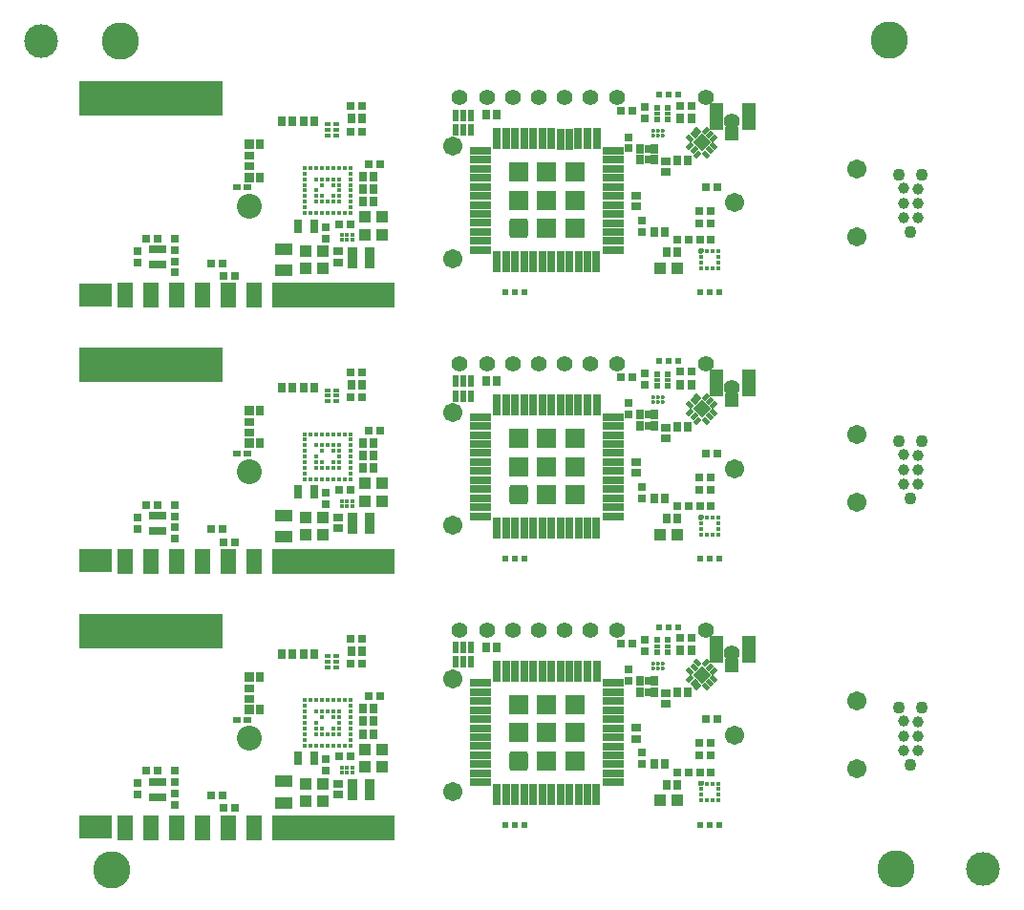
<source format=gbs>
G04*
G04 #@! TF.GenerationSoftware,Altium Limited,Altium Designer,19.1.7 (138)*
G04*
G04 Layer_Color=16711935*
%FSAX25Y25*%
%MOIN*%
G70*
G01*
G75*
%ADD19R,0.01968X0.02362*%
%ADD34C,0.01575*%
%ADD73R,0.01968X0.01575*%
%ADD81C,0.11811*%
%ADD82R,0.03320X0.03162*%
%ADD85R,0.03950X0.03950*%
%ADD86R,0.03162X0.02769*%
%ADD89R,0.02769X0.03162*%
%ADD92R,0.03162X0.03320*%
%ADD93R,0.05918X0.04343*%
%ADD94C,0.13005*%
%ADD95C,0.02375*%
%ADD96C,0.05524*%
%ADD97C,0.04343*%
%ADD98C,0.06706*%
%ADD100R,0.11575X0.08228*%
%ADD101R,0.50268X0.12362*%
%ADD102R,0.03162X0.03753*%
G04:AMPARAMS|DCode=103|XSize=17.72mil|YSize=24.61mil|CornerRadius=0mil|HoleSize=0mil|Usage=FLASHONLY|Rotation=45.000|XOffset=0mil|YOffset=0mil|HoleType=Round|Shape=Rectangle|*
%AMROTATEDRECTD103*
4,1,4,0.00244,-0.01496,-0.01496,0.00244,-0.00244,0.01496,0.01496,-0.00244,0.00244,-0.01496,0.0*
%
%ADD103ROTATEDRECTD103*%

G04:AMPARAMS|DCode=104|XSize=17.72mil|YSize=24.61mil|CornerRadius=0mil|HoleSize=0mil|Usage=FLASHONLY|Rotation=315.000|XOffset=0mil|YOffset=0mil|HoleType=Round|Shape=Rectangle|*
%AMROTATEDRECTD104*
4,1,4,-0.01496,-0.00244,0.00244,0.01496,0.01496,0.00244,-0.00244,-0.01496,-0.01496,-0.00244,0.0*
%
%ADD104ROTATEDRECTD104*%

%ADD105P,0.06403X4X180.0*%
%ADD106R,0.02769X0.03753*%
%ADD107R,0.01981X0.02769*%
%ADD108R,0.02769X0.03603*%
%ADD109C,0.03910*%
%ADD110C,0.01417*%
%ADD111R,0.02375X0.04343*%
%ADD112R,0.06706X0.06706*%
G04:AMPARAMS|DCode=113|XSize=67.06mil|YSize=67.06mil|CornerRadius=9.91mil|HoleSize=0mil|Usage=FLASHONLY|Rotation=360.000|XOffset=0mil|YOffset=0mil|HoleType=Round|Shape=RoundedRectangle|*
%AMROUNDEDRECTD113*
21,1,0.06706,0.04724,0,0,360.0*
21,1,0.04724,0.06706,0,0,360.0*
1,1,0.01981,0.02362,-0.02362*
1,1,0.01981,-0.02362,-0.02362*
1,1,0.01981,-0.02362,0.02362*
1,1,0.01981,0.02362,0.02362*
%
%ADD113ROUNDEDRECTD113*%
%ADD114R,0.02769X0.07493*%
%ADD115R,0.07493X0.02769*%
%ADD116R,0.01772X0.01772*%
%ADD117R,0.01772X0.01772*%
%ADD118R,0.03241X0.03044*%
%ADD119R,0.04737X0.04737*%
%ADD120R,0.04737X0.09461*%
%ADD121R,0.04934X0.09461*%
%ADD122R,0.03950X0.03950*%
%ADD123R,0.42926X0.08674*%
%ADD124R,0.05524X0.08674*%
%ADD125R,0.03162X0.05131*%
%ADD126R,0.02165X0.01772*%
%ADD127R,0.01981X0.02572*%
%ADD128R,0.03556X0.07493*%
%ADD129R,0.03603X0.03044*%
%ADD130R,0.03044X0.03603*%
%ADD131R,0.02769X0.02375*%
%ADD132R,0.03603X0.03320*%
%ADD133R,0.03162X0.03603*%
%ADD134C,0.08674*%
G36*
X0356937Y0329847D02*
X0356962Y0329846D01*
X0356962Y0329846D01*
X0356962D01*
X0356987Y0329841D01*
X0357013Y0329836D01*
X0357013Y0329836D01*
X0357013Y0329836D01*
X0357032Y0329829D01*
X0357063Y0329819D01*
X0357063Y0329819D01*
X0357063Y0329819D01*
X0357084Y0329808D01*
X0357110Y0329796D01*
X0357110Y0329796D01*
X0357110Y0329796D01*
X0357127Y0329784D01*
X0357153Y0329766D01*
X0357153Y0329766D01*
X0357153Y0329766D01*
X0357165Y0329756D01*
X0357193Y0329732D01*
X0357193Y0329732D01*
X0357193Y0329732D01*
X0357217Y0329704D01*
X0357227Y0329692D01*
X0357227Y0329692D01*
X0357227Y0329692D01*
X0357245Y0329666D01*
X0357257Y0329649D01*
X0357257Y0329649D01*
X0357257Y0329649D01*
X0357269Y0329623D01*
X0357280Y0329602D01*
X0357280Y0329602D01*
X0357280Y0329602D01*
X0357290Y0329571D01*
X0357296Y0329552D01*
X0357296Y0329552D01*
X0357297Y0329552D01*
X0357302Y0329526D01*
X0357307Y0329501D01*
Y0329501D01*
X0357307Y0329501D01*
X0357308Y0329476D01*
X0357310Y0329448D01*
X0357310Y0328710D01*
Y0328710D01*
Y0328710D01*
X0357309Y0328683D01*
X0357307Y0328658D01*
X0357307Y0328658D01*
Y0328658D01*
X0357302Y0328633D01*
X0357297Y0328607D01*
X0357297Y0328607D01*
X0357297Y0328607D01*
X0357287Y0328578D01*
X0357280Y0328557D01*
X0357280Y0328557D01*
X0357280Y0328557D01*
X0357265Y0328527D01*
X0357257Y0328510D01*
X0357257Y0328510D01*
X0357257Y0328510D01*
X0357245Y0328492D01*
X0357228Y0328466D01*
X0357227Y0328466D01*
X0357227Y0328466D01*
X0357217Y0328454D01*
X0357193Y0328427D01*
X0357193Y0328427D01*
X0357193Y0328427D01*
X0356848Y0328082D01*
X0356848Y0328082D01*
X0356848Y0328082D01*
X0356809Y0328048D01*
X0356780Y0328028D01*
X0356765Y0328018D01*
X0356765Y0328018D01*
X0356764Y0328018D01*
X0356718Y0327995D01*
X0356716Y0327994D01*
X0356669Y0327978D01*
X0356638Y0327972D01*
X0356617Y0327968D01*
X0356565Y0327965D01*
X0356565D01*
X0355925Y0327965D01*
X0355873Y0327968D01*
X0355852Y0327972D01*
X0355821Y0327978D01*
X0355772Y0327995D01*
X0355725Y0328018D01*
X0355725Y0328018D01*
X0355710Y0328028D01*
X0355681Y0328048D01*
X0355642Y0328082D01*
X0355642Y0328082D01*
X0355642Y0328082D01*
X0355607Y0328122D01*
X0355588Y0328151D01*
X0355578Y0328165D01*
X0355578Y0328165D01*
X0355555Y0328212D01*
X0355538Y0328262D01*
X0355532Y0328293D01*
X0355528Y0328313D01*
X0355524Y0328366D01*
Y0329448D01*
X0355528Y0329501D01*
X0355538Y0329552D01*
X0355555Y0329602D01*
X0355578Y0329649D01*
X0355607Y0329692D01*
X0355642Y0329732D01*
X0355681Y0329766D01*
X0355725Y0329796D01*
X0355772Y0329819D01*
X0355821Y0329836D01*
X0355873Y0329846D01*
X0355925Y0329849D01*
X0356909D01*
X0356937Y0329847D01*
D02*
G37*
G36*
Y0236934D02*
X0356962Y0236932D01*
X0356962Y0236932D01*
X0356962D01*
X0356987Y0236927D01*
X0357013Y0236922D01*
X0357013Y0236922D01*
X0357013Y0236922D01*
X0357032Y0236916D01*
X0357063Y0236905D01*
X0357063Y0236905D01*
X0357063Y0236905D01*
X0357084Y0236895D01*
X0357110Y0236882D01*
X0357110Y0236882D01*
X0357110Y0236882D01*
X0357127Y0236870D01*
X0357153Y0236853D01*
X0357153Y0236853D01*
X0357153Y0236853D01*
X0357165Y0236843D01*
X0357193Y0236818D01*
X0357193Y0236818D01*
X0357193Y0236818D01*
X0357217Y0236791D01*
X0357227Y0236779D01*
X0357227Y0236779D01*
X0357227Y0236779D01*
X0357245Y0236753D01*
X0357257Y0236735D01*
X0357257Y0236735D01*
X0357257Y0236735D01*
X0357269Y0236710D01*
X0357280Y0236688D01*
X0357280Y0236688D01*
X0357280Y0236688D01*
X0357290Y0236657D01*
X0357296Y0236639D01*
X0357296Y0236639D01*
X0357297Y0236639D01*
X0357302Y0236613D01*
X0357307Y0236587D01*
Y0236587D01*
X0357307Y0236587D01*
X0357308Y0236562D01*
X0357310Y0236535D01*
X0357310Y0235797D01*
Y0235797D01*
Y0235797D01*
X0357309Y0235770D01*
X0357307Y0235745D01*
X0357307Y0235745D01*
Y0235745D01*
X0357302Y0235719D01*
X0357297Y0235693D01*
X0357297Y0235693D01*
X0357297Y0235693D01*
X0357287Y0235665D01*
X0357280Y0235644D01*
X0357280Y0235644D01*
X0357280Y0235643D01*
X0357265Y0235614D01*
X0357257Y0235596D01*
X0357257Y0235596D01*
X0357257Y0235596D01*
X0357245Y0235579D01*
X0357228Y0235553D01*
X0357227Y0235553D01*
X0357227Y0235553D01*
X0357217Y0235541D01*
X0357193Y0235513D01*
X0357193Y0235513D01*
X0357193Y0235513D01*
X0356848Y0235169D01*
X0356848Y0235169D01*
X0356848Y0235169D01*
X0356809Y0235134D01*
X0356780Y0235115D01*
X0356765Y0235105D01*
X0356765Y0235105D01*
X0356764Y0235104D01*
X0356718Y0235082D01*
X0356716Y0235081D01*
X0356669Y0235065D01*
X0356638Y0235059D01*
X0356617Y0235055D01*
X0356565Y0235051D01*
X0356565D01*
X0355925Y0235051D01*
X0355873Y0235055D01*
X0355852Y0235059D01*
X0355821Y0235065D01*
X0355772Y0235082D01*
X0355725Y0235105D01*
X0355725Y0235105D01*
X0355710Y0235115D01*
X0355681Y0235134D01*
X0355642Y0235169D01*
X0355642Y0235169D01*
X0355642Y0235169D01*
X0355607Y0235208D01*
X0355588Y0235237D01*
X0355578Y0235252D01*
X0355578Y0235252D01*
X0355555Y0235299D01*
X0355538Y0235349D01*
X0355532Y0235380D01*
X0355528Y0235400D01*
X0355524Y0235452D01*
Y0236535D01*
X0355528Y0236587D01*
X0355538Y0236639D01*
X0355555Y0236688D01*
X0355578Y0236735D01*
X0355607Y0236779D01*
X0355642Y0236818D01*
X0355681Y0236853D01*
X0355725Y0236882D01*
X0355772Y0236905D01*
X0355821Y0236922D01*
X0355873Y0236932D01*
X0355925Y0236936D01*
X0356909D01*
X0356937Y0236934D01*
D02*
G37*
G36*
Y0144021D02*
X0356962Y0144019D01*
X0356962Y0144019D01*
X0356962D01*
X0356987Y0144014D01*
X0357013Y0144009D01*
X0357013Y0144009D01*
X0357013Y0144009D01*
X0357032Y0144002D01*
X0357063Y0143992D01*
X0357063Y0143992D01*
X0357063Y0143992D01*
X0357084Y0143981D01*
X0357110Y0143969D01*
X0357110Y0143969D01*
X0357110Y0143969D01*
X0357127Y0143957D01*
X0357153Y0143940D01*
X0357153Y0143939D01*
X0357153Y0143939D01*
X0357165Y0143929D01*
X0357193Y0143905D01*
X0357193Y0143905D01*
X0357193Y0143905D01*
X0357217Y0143877D01*
X0357227Y0143866D01*
X0357227Y0143866D01*
X0357227Y0143866D01*
X0357245Y0143840D01*
X0357257Y0143822D01*
X0357257Y0143822D01*
X0357257Y0143822D01*
X0357269Y0143796D01*
X0357280Y0143775D01*
X0357280Y0143775D01*
X0357280Y0143775D01*
X0357290Y0143744D01*
X0357296Y0143725D01*
X0357296Y0143725D01*
X0357297Y0143725D01*
X0357302Y0143699D01*
X0357307Y0143674D01*
Y0143674D01*
X0357307Y0143674D01*
X0357308Y0143649D01*
X0357310Y0143622D01*
X0357310Y0142884D01*
Y0142884D01*
Y0142883D01*
X0357309Y0142856D01*
X0357307Y0142831D01*
X0357307Y0142831D01*
Y0142831D01*
X0357302Y0142806D01*
X0357297Y0142780D01*
X0357297Y0142780D01*
X0357297Y0142780D01*
X0357287Y0142752D01*
X0357280Y0142730D01*
X0357280Y0142730D01*
X0357280Y0142730D01*
X0357265Y0142700D01*
X0357257Y0142683D01*
X0357257Y0142683D01*
X0357257Y0142683D01*
X0357245Y0142665D01*
X0357228Y0142640D01*
X0357227Y0142639D01*
X0357227Y0142639D01*
X0357217Y0142628D01*
X0357193Y0142600D01*
X0357193Y0142600D01*
X0357193Y0142600D01*
X0356848Y0142255D01*
X0356848Y0142255D01*
X0356848Y0142255D01*
X0356809Y0142221D01*
X0356780Y0142201D01*
X0356765Y0142192D01*
X0356765Y0142192D01*
X0356764Y0142191D01*
X0356718Y0142168D01*
X0356716Y0142167D01*
X0356669Y0142152D01*
X0356638Y0142145D01*
X0356617Y0142141D01*
X0356565Y0142138D01*
X0356565D01*
X0355925Y0142138D01*
X0355873Y0142141D01*
X0355852Y0142146D01*
X0355821Y0142152D01*
X0355772Y0142168D01*
X0355725Y0142192D01*
X0355725Y0142192D01*
X0355710Y0142201D01*
X0355681Y0142221D01*
X0355642Y0142255D01*
X0355642Y0142255D01*
X0355642Y0142255D01*
X0355607Y0142295D01*
X0355588Y0142324D01*
X0355578Y0142338D01*
X0355578Y0142338D01*
X0355555Y0142385D01*
X0355538Y0142435D01*
X0355532Y0142466D01*
X0355528Y0142487D01*
X0355524Y0142539D01*
Y0143622D01*
X0355528Y0143674D01*
X0355538Y0143725D01*
X0355555Y0143775D01*
X0355578Y0143822D01*
X0355607Y0143866D01*
X0355642Y0143905D01*
X0355681Y0143939D01*
X0355725Y0143969D01*
X0355772Y0143992D01*
X0355821Y0144009D01*
X0355873Y0144019D01*
X0355925Y0144022D01*
X0356909D01*
X0356937Y0144021D01*
D02*
G37*
D19*
X0340984Y0378937D02*
D03*
Y0374763D02*
D03*
X0344921Y0378937D02*
D03*
Y0374763D02*
D03*
X0340984Y0286023D02*
D03*
Y0281850D02*
D03*
X0344921Y0286023D02*
D03*
Y0281850D02*
D03*
X0340984Y0193110D02*
D03*
Y0188936D02*
D03*
X0344921Y0193110D02*
D03*
Y0188936D02*
D03*
D34*
X0231102Y0148721D02*
D03*
X0232874D02*
D03*
X0234646D02*
D03*
X0231102Y0146949D02*
D03*
X0232874D02*
D03*
X0234646D02*
D03*
X0233937Y0156417D02*
D03*
Y0158386D02*
D03*
Y0160354D02*
D03*
Y0162323D02*
D03*
Y0164291D02*
D03*
Y0166260D02*
D03*
Y0168228D02*
D03*
Y0170197D02*
D03*
Y0172165D02*
D03*
X0218189Y0156417D02*
D03*
X0220158D02*
D03*
X0222126D02*
D03*
X0224095D02*
D03*
X0226063D02*
D03*
X0228031D02*
D03*
X0230000D02*
D03*
X0231968D02*
D03*
X0218189Y0158386D02*
D03*
Y0160354D02*
D03*
X0222126D02*
D03*
X0224095D02*
D03*
X0226063D02*
D03*
X0228031D02*
D03*
X0230000D02*
D03*
X0218189Y0162323D02*
D03*
X0222126D02*
D03*
X0224095D02*
D03*
X0228031D02*
D03*
X0230000D02*
D03*
X0218189Y0164291D02*
D03*
X0222126D02*
D03*
X0230000D02*
D03*
X0218189Y0166260D02*
D03*
X0224095D02*
D03*
X0228031D02*
D03*
X0230000D02*
D03*
X0218189Y0168228D02*
D03*
X0222126D02*
D03*
X0224095D02*
D03*
X0226063D02*
D03*
X0228031D02*
D03*
X0230000D02*
D03*
X0218189Y0170197D02*
D03*
Y0172165D02*
D03*
X0220158D02*
D03*
X0222126D02*
D03*
X0224095D02*
D03*
X0226063D02*
D03*
X0228031D02*
D03*
X0230000D02*
D03*
X0231968D02*
D03*
X0231102Y0241634D02*
D03*
X0232874D02*
D03*
X0234646D02*
D03*
X0231102Y0239862D02*
D03*
X0232874D02*
D03*
X0234646D02*
D03*
X0233937Y0249331D02*
D03*
Y0251299D02*
D03*
Y0253268D02*
D03*
Y0255236D02*
D03*
Y0257205D02*
D03*
Y0259173D02*
D03*
Y0261142D02*
D03*
Y0263110D02*
D03*
Y0265079D02*
D03*
X0218189Y0249331D02*
D03*
X0220158D02*
D03*
X0222126D02*
D03*
X0224095D02*
D03*
X0226063D02*
D03*
X0228031D02*
D03*
X0230000D02*
D03*
X0231968D02*
D03*
X0218189Y0251299D02*
D03*
Y0253268D02*
D03*
X0222126D02*
D03*
X0224095D02*
D03*
X0226063D02*
D03*
X0228031D02*
D03*
X0230000D02*
D03*
X0218189Y0255236D02*
D03*
X0222126D02*
D03*
X0224095D02*
D03*
X0228031D02*
D03*
X0230000D02*
D03*
X0218189Y0257205D02*
D03*
X0222126D02*
D03*
X0230000D02*
D03*
X0218189Y0259173D02*
D03*
X0224095D02*
D03*
X0228031D02*
D03*
X0230000D02*
D03*
X0218189Y0261142D02*
D03*
X0222126D02*
D03*
X0224095D02*
D03*
X0226063D02*
D03*
X0228031D02*
D03*
X0230000D02*
D03*
X0218189Y0263110D02*
D03*
Y0265079D02*
D03*
X0220158D02*
D03*
X0222126D02*
D03*
X0224095D02*
D03*
X0226063D02*
D03*
X0228031D02*
D03*
X0230000D02*
D03*
X0231968D02*
D03*
X0231102Y0334547D02*
D03*
X0232874D02*
D03*
X0234646D02*
D03*
X0231102Y0332776D02*
D03*
X0232874D02*
D03*
X0234646D02*
D03*
X0233937Y0342244D02*
D03*
Y0344213D02*
D03*
Y0346181D02*
D03*
Y0348150D02*
D03*
Y0350118D02*
D03*
Y0352087D02*
D03*
Y0354055D02*
D03*
Y0356024D02*
D03*
Y0357992D02*
D03*
X0218189Y0342244D02*
D03*
X0220158D02*
D03*
X0222126D02*
D03*
X0224095D02*
D03*
X0226063D02*
D03*
X0228031D02*
D03*
X0230000D02*
D03*
X0231968D02*
D03*
X0218189Y0344213D02*
D03*
Y0346181D02*
D03*
X0222126D02*
D03*
X0224095D02*
D03*
X0226063D02*
D03*
X0228031D02*
D03*
X0230000D02*
D03*
X0218189Y0348150D02*
D03*
X0222126D02*
D03*
X0224095D02*
D03*
X0228031D02*
D03*
X0230000D02*
D03*
X0218189Y0350118D02*
D03*
X0222126D02*
D03*
X0230000D02*
D03*
X0218189Y0352087D02*
D03*
X0224095D02*
D03*
X0228031D02*
D03*
X0230000D02*
D03*
X0218189Y0354055D02*
D03*
X0222126D02*
D03*
X0224095D02*
D03*
X0226063D02*
D03*
X0228031D02*
D03*
X0230000D02*
D03*
X0218189Y0356024D02*
D03*
Y0357992D02*
D03*
X0220158D02*
D03*
X0222126D02*
D03*
X0224095D02*
D03*
X0226063D02*
D03*
X0228031D02*
D03*
X0230000D02*
D03*
X0231968D02*
D03*
D73*
X0340984Y0376850D02*
D03*
X0344921D02*
D03*
X0340984Y0283937D02*
D03*
X0344921D02*
D03*
X0340984Y0191023D02*
D03*
X0344921D02*
D03*
D81*
X0454725Y0113189D02*
D03*
X0126181Y0402362D02*
D03*
D82*
X0333779Y0344527D02*
D03*
Y0348307D02*
D03*
Y0251614D02*
D03*
Y0255393D02*
D03*
Y0158700D02*
D03*
Y0162480D02*
D03*
X0229764Y0139252D02*
D03*
Y0143032D02*
D03*
Y0232165D02*
D03*
Y0235945D02*
D03*
Y0325079D02*
D03*
Y0328858D02*
D03*
D85*
X0218268Y0142953D02*
D03*
Y0137047D02*
D03*
X0224370Y0142992D02*
D03*
Y0137087D02*
D03*
X0218268Y0235866D02*
D03*
Y0229961D02*
D03*
X0224370Y0235906D02*
D03*
Y0230000D02*
D03*
X0218268Y0328780D02*
D03*
Y0322874D02*
D03*
X0224370Y0328819D02*
D03*
Y0322914D02*
D03*
D86*
X0335748Y0339606D02*
D03*
Y0335669D02*
D03*
X0330984Y0368700D02*
D03*
Y0364763D02*
D03*
X0336653Y0375157D02*
D03*
Y0379094D02*
D03*
X0335748Y0246692D02*
D03*
Y0242755D02*
D03*
X0330984Y0275787D02*
D03*
Y0271850D02*
D03*
X0336653Y0282244D02*
D03*
Y0286181D02*
D03*
X0335748Y0153779D02*
D03*
Y0149842D02*
D03*
X0330984Y0182873D02*
D03*
Y0178936D02*
D03*
X0336653Y0189330D02*
D03*
Y0193267D02*
D03*
X0172638Y0143504D02*
D03*
Y0147441D02*
D03*
Y0135630D02*
D03*
Y0139567D02*
D03*
X0159646Y0139173D02*
D03*
Y0143110D02*
D03*
X0225494Y0151513D02*
D03*
Y0147575D02*
D03*
X0172638Y0236417D02*
D03*
Y0240354D02*
D03*
Y0228543D02*
D03*
Y0232480D02*
D03*
X0159646Y0232087D02*
D03*
Y0236024D02*
D03*
X0225494Y0244426D02*
D03*
Y0240489D02*
D03*
X0172638Y0329331D02*
D03*
Y0333268D02*
D03*
Y0321457D02*
D03*
Y0325394D02*
D03*
X0159646Y0325000D02*
D03*
Y0328937D02*
D03*
X0225494Y0337339D02*
D03*
Y0333402D02*
D03*
D89*
X0358110Y0351299D02*
D03*
X0362047D02*
D03*
X0359646Y0342952D02*
D03*
X0355709D02*
D03*
X0359646Y0338661D02*
D03*
X0355709D02*
D03*
X0349094Y0379684D02*
D03*
X0353031D02*
D03*
X0332401Y0377834D02*
D03*
X0328465D02*
D03*
X0359921Y0332913D02*
D03*
X0355984D02*
D03*
X0352008D02*
D03*
X0348071D02*
D03*
X0358110Y0258385D02*
D03*
X0362047D02*
D03*
X0359646Y0250039D02*
D03*
X0355709D02*
D03*
X0359646Y0245747D02*
D03*
X0355709D02*
D03*
X0349094Y0286771D02*
D03*
X0353031D02*
D03*
X0332401Y0284921D02*
D03*
X0328465D02*
D03*
X0359921Y0240000D02*
D03*
X0355984D02*
D03*
X0352008D02*
D03*
X0348071D02*
D03*
X0358110Y0165472D02*
D03*
X0362047D02*
D03*
X0359646Y0157125D02*
D03*
X0355709D02*
D03*
X0359646Y0152834D02*
D03*
X0355709D02*
D03*
X0349094Y0193858D02*
D03*
X0353031D02*
D03*
X0332401Y0192007D02*
D03*
X0328465D02*
D03*
X0359921Y0147086D02*
D03*
X0355984D02*
D03*
X0352008D02*
D03*
X0348071D02*
D03*
X0230000Y0152559D02*
D03*
X0233937D02*
D03*
X0238172Y0184919D02*
D03*
X0234235D02*
D03*
X0234245Y0193669D02*
D03*
X0238182D02*
D03*
X0166732Y0147441D02*
D03*
X0162795D02*
D03*
X0244291Y0173425D02*
D03*
X0240354D02*
D03*
X0189803Y0134488D02*
D03*
X0193740D02*
D03*
X0185354Y0138858D02*
D03*
X0189291D02*
D03*
X0230000Y0245473D02*
D03*
X0233937D02*
D03*
X0238172Y0277832D02*
D03*
X0234235D02*
D03*
X0234245Y0286582D02*
D03*
X0238182D02*
D03*
X0166732Y0240354D02*
D03*
X0162795D02*
D03*
X0244291Y0266339D02*
D03*
X0240354D02*
D03*
X0189803Y0227402D02*
D03*
X0193740D02*
D03*
X0185354Y0231772D02*
D03*
X0189291D02*
D03*
X0230000Y0338386D02*
D03*
X0233937D02*
D03*
X0238172Y0370746D02*
D03*
X0234235D02*
D03*
X0234245Y0379496D02*
D03*
X0238182D02*
D03*
X0166732Y0333268D02*
D03*
X0162795D02*
D03*
X0244291Y0359252D02*
D03*
X0240354D02*
D03*
X0189803Y0320315D02*
D03*
X0193740D02*
D03*
X0185354Y0324685D02*
D03*
X0189291D02*
D03*
D92*
X0340079Y0335669D02*
D03*
X0343858D02*
D03*
X0348110Y0328503D02*
D03*
X0344331D02*
D03*
X0352953Y0375275D02*
D03*
X0349173D02*
D03*
X0285157Y0376535D02*
D03*
X0281378D02*
D03*
X0340079Y0242755D02*
D03*
X0343858D02*
D03*
X0348110Y0235590D02*
D03*
X0344331D02*
D03*
X0352953Y0282362D02*
D03*
X0349173D02*
D03*
X0285157Y0283622D02*
D03*
X0281378D02*
D03*
X0340079Y0149842D02*
D03*
X0343858D02*
D03*
X0348110Y0142677D02*
D03*
X0344331D02*
D03*
X0352953Y0189448D02*
D03*
X0349173D02*
D03*
X0285157Y0190708D02*
D03*
X0281378D02*
D03*
X0242165Y0164764D02*
D03*
X0238386D02*
D03*
X0242165Y0169095D02*
D03*
X0238386D02*
D03*
X0242165Y0160354D02*
D03*
X0238386D02*
D03*
X0202418Y0168858D02*
D03*
Y0180276D02*
D03*
X0238233Y0189339D02*
D03*
X0234454D02*
D03*
X0242165Y0257677D02*
D03*
X0238386D02*
D03*
X0242165Y0262008D02*
D03*
X0238386D02*
D03*
X0242165Y0253268D02*
D03*
X0238386D02*
D03*
X0202418Y0261772D02*
D03*
Y0273189D02*
D03*
X0238233Y0282252D02*
D03*
X0234454D02*
D03*
X0242165Y0350591D02*
D03*
X0238386D02*
D03*
X0242165Y0354921D02*
D03*
X0238386D02*
D03*
X0242165Y0346181D02*
D03*
X0238386D02*
D03*
X0202418Y0354685D02*
D03*
Y0366103D02*
D03*
X0238233Y0375166D02*
D03*
X0234454D02*
D03*
D93*
X0210787Y0136339D02*
D03*
Y0143819D02*
D03*
Y0229252D02*
D03*
Y0236732D02*
D03*
Y0322165D02*
D03*
Y0329646D02*
D03*
D94*
X0424410Y0113189D02*
D03*
X0422244Y0402559D02*
D03*
X0150787Y0112992D02*
D03*
X0153740Y0402362D02*
D03*
D95*
X0356102Y0314566D02*
D03*
X0359449D02*
D03*
X0362795D02*
D03*
X0288189D02*
D03*
X0294882D02*
D03*
X0348583Y0383464D02*
D03*
X0345236D02*
D03*
X0341890D02*
D03*
X0291535Y0314566D02*
D03*
X0356102Y0221653D02*
D03*
X0359449D02*
D03*
X0362795D02*
D03*
X0288189D02*
D03*
X0294882D02*
D03*
X0348583Y0290551D02*
D03*
X0345236D02*
D03*
X0341890D02*
D03*
X0291535Y0221653D02*
D03*
X0356102Y0128740D02*
D03*
X0359449D02*
D03*
X0362795D02*
D03*
X0288189D02*
D03*
X0294882D02*
D03*
X0348583Y0197637D02*
D03*
X0345236D02*
D03*
X0341890D02*
D03*
X0291535Y0128740D02*
D03*
D96*
X0358239Y0382480D02*
D03*
X0367244Y0374330D02*
D03*
X0326991Y0382480D02*
D03*
X0317917D02*
D03*
X0308869D02*
D03*
X0299822D02*
D03*
X0290748D02*
D03*
X0272239D02*
D03*
X0281690D02*
D03*
X0358239Y0289566D02*
D03*
X0367244Y0281417D02*
D03*
X0326991Y0289566D02*
D03*
X0317917D02*
D03*
X0308869D02*
D03*
X0299822D02*
D03*
X0290748D02*
D03*
X0272239D02*
D03*
X0281690D02*
D03*
X0358239Y0196653D02*
D03*
X0367244Y0188503D02*
D03*
X0326991Y0196653D02*
D03*
X0317917D02*
D03*
X0308869D02*
D03*
X0299822D02*
D03*
X0290748D02*
D03*
X0272239D02*
D03*
X0281690D02*
D03*
D97*
X0429587Y0335551D02*
D03*
X0433587Y0355551D02*
D03*
X0425587D02*
D03*
X0429587Y0242637D02*
D03*
X0433587Y0262637D02*
D03*
X0425587D02*
D03*
X0429587Y0149724D02*
D03*
X0433587Y0169724D02*
D03*
X0425587D02*
D03*
D98*
X0368110Y0345866D02*
D03*
X0269701Y0365551D02*
D03*
Y0326181D02*
D03*
X0410827Y0357677D02*
D03*
Y0334055D02*
D03*
X0368110Y0252952D02*
D03*
X0269701Y0272637D02*
D03*
Y0233267D02*
D03*
X0410827Y0264763D02*
D03*
Y0241141D02*
D03*
X0368110Y0160039D02*
D03*
X0269701Y0179724D02*
D03*
Y0140354D02*
D03*
X0410827Y0171850D02*
D03*
Y0148228D02*
D03*
D100*
X0144961Y0127925D02*
D03*
Y0220838D02*
D03*
Y0313752D02*
D03*
D101*
X0164307Y0196378D02*
D03*
Y0289291D02*
D03*
Y0382205D02*
D03*
D102*
X0348149Y0360669D02*
D03*
X0351929D02*
D03*
X0348149Y0267755D02*
D03*
X0351929D02*
D03*
X0348149Y0174842D02*
D03*
X0351929D02*
D03*
D103*
X0352447Y0368194D02*
D03*
X0353936Y0369489D02*
D03*
X0355230Y0370978D02*
D03*
X0360782Y0365427D02*
D03*
X0359292Y0364132D02*
D03*
X0357998Y0362643D02*
D03*
X0352447Y0275281D02*
D03*
X0353936Y0276575D02*
D03*
X0355230Y0278065D02*
D03*
X0360782Y0272514D02*
D03*
X0359292Y0271219D02*
D03*
X0357998Y0269730D02*
D03*
X0352447Y0182367D02*
D03*
X0353936Y0183662D02*
D03*
X0355230Y0185151D02*
D03*
X0360782Y0179600D02*
D03*
X0359292Y0178306D02*
D03*
X0357998Y0176816D02*
D03*
D104*
X0357999Y0370979D02*
D03*
X0359294Y0369490D02*
D03*
X0360783Y0368196D02*
D03*
X0355230Y0362643D02*
D03*
X0353936Y0364132D02*
D03*
X0352447Y0365427D02*
D03*
X0357999Y0278066D02*
D03*
X0359294Y0276577D02*
D03*
X0360783Y0275282D02*
D03*
X0355230Y0269730D02*
D03*
X0353936Y0271219D02*
D03*
X0352447Y0272514D02*
D03*
X0357999Y0185153D02*
D03*
X0359294Y0183663D02*
D03*
X0360783Y0182369D02*
D03*
X0355230Y0176816D02*
D03*
X0353936Y0178306D02*
D03*
X0352447Y0179600D02*
D03*
D105*
X0356614Y0366810D02*
D03*
Y0273897D02*
D03*
Y0180984D02*
D03*
D106*
X0335079Y0360807D02*
D03*
Y0267893D02*
D03*
Y0174980D02*
D03*
D107*
X0337638Y0360807D02*
D03*
Y0364744D02*
D03*
Y0267893D02*
D03*
Y0271830D02*
D03*
Y0174980D02*
D03*
Y0178917D02*
D03*
D108*
X0340197Y0360807D02*
D03*
X0335079Y0364744D02*
D03*
X0340197D02*
D03*
Y0267893D02*
D03*
X0335079Y0271830D02*
D03*
X0340197D02*
D03*
Y0174980D02*
D03*
X0335079Y0178917D02*
D03*
X0340197D02*
D03*
D109*
X0427086Y0340551D02*
D03*
X0432087D02*
D03*
X0427086Y0345551D02*
D03*
X0432087D02*
D03*
X0427086Y0350866D02*
D03*
X0432087Y0350551D02*
D03*
X0427086Y0247637D02*
D03*
X0432087D02*
D03*
X0427086Y0252637D02*
D03*
X0432087D02*
D03*
X0427086Y0257952D02*
D03*
X0432087Y0257637D02*
D03*
X0427086Y0154724D02*
D03*
X0432087D02*
D03*
X0427086Y0159724D02*
D03*
X0432087D02*
D03*
X0427086Y0165039D02*
D03*
X0432087Y0164724D02*
D03*
D110*
X0343149Y0369114D02*
D03*
Y0370885D02*
D03*
X0341378Y0369114D02*
D03*
Y0370885D02*
D03*
X0339606Y0369114D02*
D03*
Y0370885D02*
D03*
X0343149Y0276200D02*
D03*
Y0277972D02*
D03*
X0341378Y0276200D02*
D03*
Y0277972D02*
D03*
X0339606Y0276200D02*
D03*
Y0277972D02*
D03*
X0343149Y0183287D02*
D03*
Y0185058D02*
D03*
X0341378Y0183287D02*
D03*
Y0185058D02*
D03*
X0339606Y0183287D02*
D03*
Y0185058D02*
D03*
D111*
X0275984Y0376377D02*
D03*
X0273425D02*
D03*
X0270866D02*
D03*
Y0371259D02*
D03*
X0273425D02*
D03*
X0275984D02*
D03*
Y0283464D02*
D03*
X0273425D02*
D03*
X0270866D02*
D03*
Y0278346D02*
D03*
X0273425D02*
D03*
X0275984D02*
D03*
Y0190551D02*
D03*
X0273425D02*
D03*
X0270866D02*
D03*
Y0185433D02*
D03*
X0273425D02*
D03*
X0275984D02*
D03*
D112*
X0312409Y0356476D02*
D03*
X0302567D02*
D03*
X0292626D02*
D03*
X0312409Y0346633D02*
D03*
X0302567D02*
D03*
X0292724D02*
D03*
X0312409Y0336791D02*
D03*
X0302567Y0336791D02*
D03*
X0312409Y0263562D02*
D03*
X0302567D02*
D03*
X0292626D02*
D03*
X0312409Y0253720D02*
D03*
X0302567D02*
D03*
X0292724D02*
D03*
X0312409Y0243877D02*
D03*
X0302567Y0243877D02*
D03*
X0312409Y0170649D02*
D03*
X0302567D02*
D03*
X0292626D02*
D03*
X0312409Y0160807D02*
D03*
X0302567D02*
D03*
X0292724D02*
D03*
X0312409Y0150964D02*
D03*
X0302567Y0150964D02*
D03*
D113*
X0292724Y0336791D02*
D03*
Y0243877D02*
D03*
Y0150964D02*
D03*
D114*
X0285236Y0325157D02*
D03*
X0288425D02*
D03*
X0291575D02*
D03*
X0294724D02*
D03*
X0297874D02*
D03*
X0301024D02*
D03*
X0304173D02*
D03*
X0307323D02*
D03*
X0310472D02*
D03*
X0313622D02*
D03*
X0316732D02*
D03*
X0319921D02*
D03*
X0320079Y0368090D02*
D03*
X0316768Y0368090D02*
D03*
X0313591D02*
D03*
X0310441Y0368086D02*
D03*
X0307291Y0368086D02*
D03*
X0304142Y0368090D02*
D03*
X0300992D02*
D03*
X0297842Y0368090D02*
D03*
X0294693Y0368090D02*
D03*
X0291543Y0368090D02*
D03*
X0288394D02*
D03*
X0285236D02*
D03*
Y0232244D02*
D03*
X0288425D02*
D03*
X0291575D02*
D03*
X0294724D02*
D03*
X0297874D02*
D03*
X0301024D02*
D03*
X0304173D02*
D03*
X0307323D02*
D03*
X0310472D02*
D03*
X0313622D02*
D03*
X0316732D02*
D03*
X0319921D02*
D03*
X0320079Y0275177D02*
D03*
X0316768Y0275177D02*
D03*
X0313591D02*
D03*
X0310441Y0275173D02*
D03*
X0307291Y0275173D02*
D03*
X0304142Y0275177D02*
D03*
X0300992D02*
D03*
X0297842Y0275177D02*
D03*
X0294693Y0275177D02*
D03*
X0291543Y0275177D02*
D03*
X0288394D02*
D03*
X0285236D02*
D03*
Y0139330D02*
D03*
X0288425D02*
D03*
X0291575D02*
D03*
X0294724D02*
D03*
X0297874D02*
D03*
X0301024D02*
D03*
X0304173D02*
D03*
X0307323D02*
D03*
X0310472D02*
D03*
X0313622D02*
D03*
X0316732D02*
D03*
X0319921D02*
D03*
X0320079Y0182263D02*
D03*
X0316768Y0182263D02*
D03*
X0313591D02*
D03*
X0310441Y0182259D02*
D03*
X0307291Y0182259D02*
D03*
X0304142Y0182263D02*
D03*
X0300992D02*
D03*
X0297842Y0182263D02*
D03*
X0294693Y0182263D02*
D03*
X0291543Y0182263D02*
D03*
X0288394D02*
D03*
X0285236D02*
D03*
D115*
X0325787Y0329291D02*
D03*
Y0332440D02*
D03*
Y0335629D02*
D03*
Y0338740D02*
D03*
Y0341889D02*
D03*
Y0345078D02*
D03*
X0325795Y0348208D02*
D03*
X0325795Y0351358D02*
D03*
X0325795Y0354507D02*
D03*
X0325795Y0357645D02*
D03*
X0325795Y0360803D02*
D03*
Y0363956D02*
D03*
X0279331Y0363936D02*
D03*
Y0360826D02*
D03*
Y0357637D02*
D03*
Y0354527D02*
D03*
Y0351377D02*
D03*
Y0348188D02*
D03*
Y0345078D02*
D03*
Y0341929D02*
D03*
Y0338779D02*
D03*
Y0335629D02*
D03*
Y0332440D02*
D03*
Y0329291D02*
D03*
X0325787Y0236377D02*
D03*
Y0239527D02*
D03*
Y0242716D02*
D03*
Y0245826D02*
D03*
Y0248976D02*
D03*
Y0252165D02*
D03*
X0325795Y0255295D02*
D03*
X0325795Y0258444D02*
D03*
X0325795Y0261594D02*
D03*
X0325795Y0264732D02*
D03*
X0325795Y0267889D02*
D03*
Y0271043D02*
D03*
X0279331Y0271023D02*
D03*
Y0267913D02*
D03*
Y0264724D02*
D03*
Y0261614D02*
D03*
Y0258464D02*
D03*
Y0255275D02*
D03*
Y0252165D02*
D03*
Y0249015D02*
D03*
Y0245866D02*
D03*
Y0242716D02*
D03*
Y0239527D02*
D03*
Y0236377D02*
D03*
X0325787Y0143464D02*
D03*
Y0146614D02*
D03*
Y0149803D02*
D03*
Y0152913D02*
D03*
Y0156062D02*
D03*
Y0159251D02*
D03*
X0325795Y0162381D02*
D03*
X0325795Y0165531D02*
D03*
X0325795Y0168681D02*
D03*
X0325795Y0171818D02*
D03*
X0325795Y0174976D02*
D03*
Y0178129D02*
D03*
X0279331Y0178110D02*
D03*
Y0174999D02*
D03*
Y0171810D02*
D03*
Y0168700D02*
D03*
Y0165551D02*
D03*
Y0162362D02*
D03*
Y0159251D02*
D03*
Y0156102D02*
D03*
Y0152952D02*
D03*
Y0149803D02*
D03*
Y0146614D02*
D03*
Y0143464D02*
D03*
D116*
X0356417Y0328897D02*
D03*
X0358386D02*
D03*
X0360354D02*
D03*
X0362323D02*
D03*
Y0322992D02*
D03*
X0360354D02*
D03*
X0358386D02*
D03*
X0356417D02*
D03*
Y0235984D02*
D03*
X0358386D02*
D03*
X0360354D02*
D03*
X0362323D02*
D03*
Y0230078D02*
D03*
X0360354D02*
D03*
X0358386D02*
D03*
X0356417D02*
D03*
Y0143070D02*
D03*
X0358386D02*
D03*
X0360354D02*
D03*
X0362323D02*
D03*
Y0137165D02*
D03*
X0360354D02*
D03*
X0358386D02*
D03*
X0356417D02*
D03*
D117*
X0362323Y0326929D02*
D03*
X0362323Y0324960D02*
D03*
X0356417D02*
D03*
Y0326929D02*
D03*
X0362323Y0234015D02*
D03*
X0362323Y0232047D02*
D03*
X0356417D02*
D03*
Y0234015D02*
D03*
X0362323Y0141102D02*
D03*
X0362323Y0139133D02*
D03*
X0356417D02*
D03*
Y0141102D02*
D03*
D118*
X0343937Y0356614D02*
D03*
Y0360314D02*
D03*
Y0263700D02*
D03*
Y0267401D02*
D03*
Y0170787D02*
D03*
Y0174488D02*
D03*
D119*
X0367126Y0369968D02*
D03*
Y0277055D02*
D03*
Y0184141D02*
D03*
D120*
X0361713Y0375873D02*
D03*
Y0282960D02*
D03*
Y0190047D02*
D03*
D121*
X0372933Y0375873D02*
D03*
Y0282960D02*
D03*
Y0190047D02*
D03*
D122*
X0342205Y0322992D02*
D03*
X0348110D02*
D03*
X0342205Y0230078D02*
D03*
X0348110D02*
D03*
X0342205Y0137165D02*
D03*
X0348110D02*
D03*
X0239252Y0155000D02*
D03*
X0245158D02*
D03*
X0239213Y0148819D02*
D03*
X0245118D02*
D03*
X0239252Y0247914D02*
D03*
X0245158D02*
D03*
X0239213Y0241732D02*
D03*
X0245118D02*
D03*
X0239252Y0340827D02*
D03*
X0245158D02*
D03*
X0239213Y0334646D02*
D03*
X0245118D02*
D03*
D123*
X0227957Y0127756D02*
D03*
Y0220669D02*
D03*
Y0313583D02*
D03*
D124*
X0155315Y0127756D02*
D03*
X0164370D02*
D03*
X0173425D02*
D03*
X0182480D02*
D03*
X0191535D02*
D03*
X0200591D02*
D03*
X0155315Y0220669D02*
D03*
X0164370D02*
D03*
X0173425D02*
D03*
X0182480D02*
D03*
X0191535D02*
D03*
X0200591D02*
D03*
X0155315Y0313583D02*
D03*
X0164370D02*
D03*
X0173425D02*
D03*
X0182480D02*
D03*
X0191535D02*
D03*
X0200591D02*
D03*
D125*
X0221378Y0151850D02*
D03*
X0215866D02*
D03*
X0221378Y0244764D02*
D03*
X0215866D02*
D03*
X0221378Y0337677D02*
D03*
X0215866D02*
D03*
D126*
X0229158Y0183550D02*
D03*
Y0185519D02*
D03*
Y0187487D02*
D03*
X0226008D02*
D03*
Y0185519D02*
D03*
Y0183550D02*
D03*
X0229158Y0276464D02*
D03*
Y0278432D02*
D03*
Y0280401D02*
D03*
X0226008D02*
D03*
Y0278432D02*
D03*
Y0276464D02*
D03*
X0229158Y0369377D02*
D03*
Y0371346D02*
D03*
Y0373314D02*
D03*
X0226008D02*
D03*
Y0371346D02*
D03*
Y0369377D02*
D03*
D127*
X0164803Y0138366D02*
D03*
X0166772D02*
D03*
X0168740D02*
D03*
X0164803Y0143681D02*
D03*
X0166772D02*
D03*
X0168740D02*
D03*
X0164803Y0231280D02*
D03*
X0166772D02*
D03*
X0168740D02*
D03*
X0164803Y0236595D02*
D03*
X0166772D02*
D03*
X0168740D02*
D03*
X0164803Y0324193D02*
D03*
X0166772D02*
D03*
X0168740D02*
D03*
X0164803Y0329508D02*
D03*
X0166772D02*
D03*
X0168740D02*
D03*
D128*
X0234606Y0140852D02*
D03*
X0240905D02*
D03*
X0234606Y0233766D02*
D03*
X0240905D02*
D03*
X0234606Y0326679D02*
D03*
X0240905D02*
D03*
D129*
X0198641Y0176417D02*
D03*
Y0172717D02*
D03*
Y0269331D02*
D03*
Y0265630D02*
D03*
Y0362244D02*
D03*
Y0358543D02*
D03*
D130*
X0221595Y0188335D02*
D03*
X0217894D02*
D03*
X0221595Y0281248D02*
D03*
X0217894D02*
D03*
X0221595Y0374162D02*
D03*
X0217894D02*
D03*
D131*
X0198228Y0165354D02*
D03*
X0194291D02*
D03*
X0198228Y0258268D02*
D03*
X0194291D02*
D03*
X0198228Y0351181D02*
D03*
X0194291D02*
D03*
D132*
X0198638Y0168858D02*
D03*
Y0180276D02*
D03*
Y0261772D02*
D03*
Y0273189D02*
D03*
Y0354685D02*
D03*
Y0366103D02*
D03*
D133*
X0213722Y0188336D02*
D03*
X0209942D02*
D03*
X0213722Y0281250D02*
D03*
X0209942D02*
D03*
X0213722Y0374163D02*
D03*
X0209942D02*
D03*
D134*
X0198622Y0158858D02*
D03*
Y0251772D02*
D03*
Y0344685D02*
D03*
M02*

</source>
